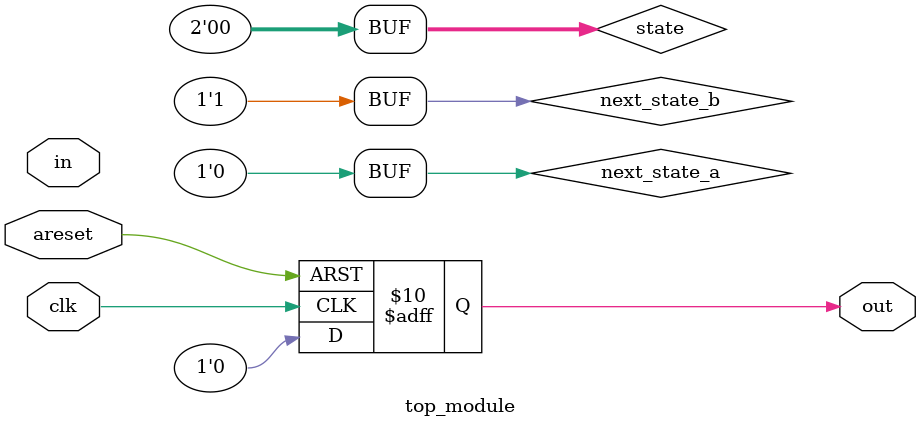
<source format=sv>
module top_module (
	input clk,
	input in,
	input areset,
	output out
);

reg [1:0] state;
reg out;
wire next_state_a, next_state_b;

always @(posedge clk or posedge areset) begin
	if (areset) begin
		state <= 2'b1;
		out <= 0;
	end else begin
		state <= (in && state[0]) ? 2'b1 : 2'b0;
		out <= state[0];
	end
end

assign next_state_a = (in && state[0]);
assign next_state_b = !(in && state[0]);

always @(state) begin
	case (state)
		2'b00: state <= next_state_a ? 2'b01 : 2'b00;
		2'b01: state <= next_state_b ? 2'b00 : 2'b01;
		default: state <= 2'b00;
	endcase
end

endmodule

</source>
